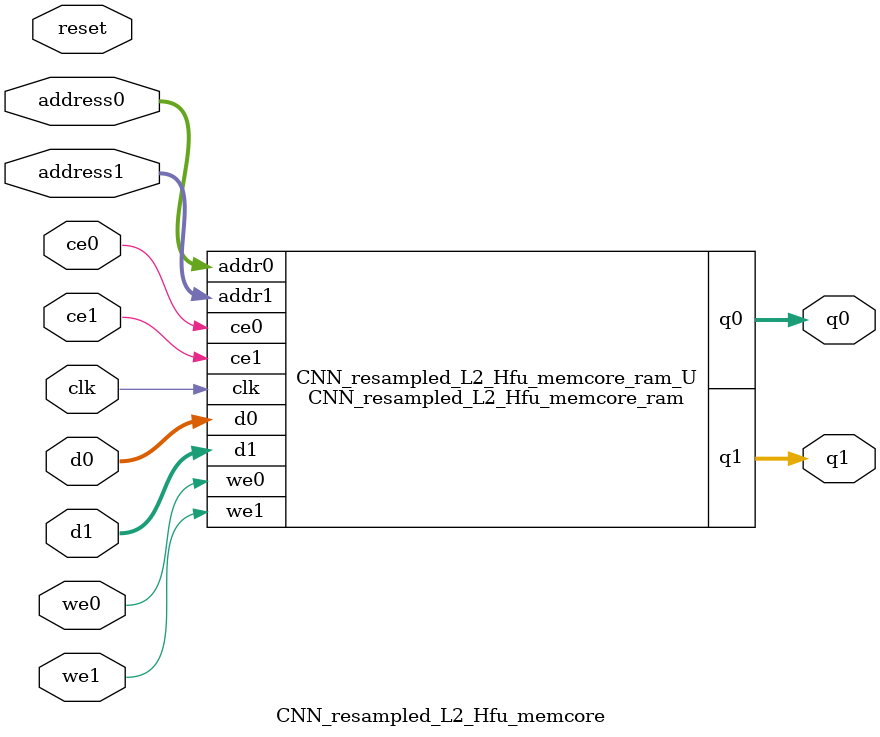
<source format=v>

`timescale 1 ns / 1 ps
module CNN_resampled_L2_Hfu_memcore_ram (addr0, ce0, d0, we0, q0, addr1, ce1, d1, we1, q1,  clk);

parameter DWIDTH = 25;
parameter AWIDTH = 10;
parameter MEM_SIZE = 588;

input[AWIDTH-1:0] addr0;
input ce0;
input[DWIDTH-1:0] d0;
input we0;
output reg[DWIDTH-1:0] q0;
input[AWIDTH-1:0] addr1;
input ce1;
input[DWIDTH-1:0] d1;
input we1;
output reg[DWIDTH-1:0] q1;
input clk;

(* ram_style = "block" *)reg [DWIDTH-1:0] ram[0:MEM_SIZE-1];




always @(posedge clk)  
begin 
    if (ce0) 
    begin
        if (we0) 
        begin 
            ram[addr0] <= d0; 
            q0 <= d0;
        end 
        else 
            q0 <= ram[addr0];
    end
end


always @(posedge clk)  
begin 
    if (ce1) 
    begin
        if (we1) 
        begin 
            ram[addr1] <= d1; 
            q1 <= d1;
        end 
        else 
            q1 <= ram[addr1];
    end
end


endmodule


`timescale 1 ns / 1 ps
module CNN_resampled_L2_Hfu_memcore(
    reset,
    clk,
    address0,
    ce0,
    we0,
    d0,
    q0,
    address1,
    ce1,
    we1,
    d1,
    q1);

parameter DataWidth = 32'd25;
parameter AddressRange = 32'd588;
parameter AddressWidth = 32'd10;
input reset;
input clk;
input[AddressWidth - 1:0] address0;
input ce0;
input we0;
input[DataWidth - 1:0] d0;
output[DataWidth - 1:0] q0;
input[AddressWidth - 1:0] address1;
input ce1;
input we1;
input[DataWidth - 1:0] d1;
output[DataWidth - 1:0] q1;



CNN_resampled_L2_Hfu_memcore_ram CNN_resampled_L2_Hfu_memcore_ram_U(
    .clk( clk ),
    .addr0( address0 ),
    .ce0( ce0 ),
    .we0( we0 ),
    .d0( d0 ),
    .q0( q0 ),
    .addr1( address1 ),
    .ce1( ce1 ),
    .we1( we1 ),
    .d1( d1 ),
    .q1( q1 ));

endmodule


</source>
